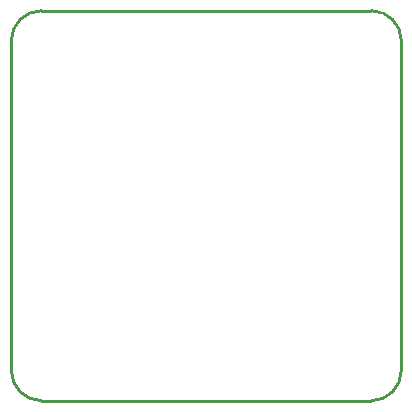
<source format=gko>
%FSLAX24Y24*%
%MOIN*%
G70*
G01*
G75*
G04 Layer_Color=16711935*
%ADD10C,0.0177*%
%ADD11C,0.0100*%
%ADD12R,0.0102X0.0209*%
%ADD13R,0.0102X0.0193*%
%ADD14R,0.0177X0.0177*%
%ADD15R,0.0138X0.0157*%
%ADD16R,0.0236X0.0157*%
%ADD17R,0.0157X0.0236*%
%ADD18R,0.0394X0.1378*%
%ADD19R,0.0591X0.1339*%
%ADD20R,0.0197X0.0354*%
%ADD21R,0.0551X0.0453*%
%ADD22R,0.0335X0.0374*%
%ADD23O,0.0295X0.0079*%
%ADD24O,0.0079X0.0295*%
%ADD25R,0.1417X0.1417*%
%ADD26R,0.0343X0.0343*%
%ADD27R,0.0138X0.0394*%
%ADD28R,0.0157X0.0335*%
%ADD29R,0.2598X0.2598*%
%ADD30O,0.0079X0.0315*%
%ADD31O,0.0315X0.0079*%
%ADD32R,0.0630X0.0551*%
%ADD33R,0.0748X0.0630*%
%ADD34R,0.0157X0.0532*%
%ADD35R,0.0335X0.0157*%
%ADD36O,0.0276X0.0098*%
%ADD37O,0.0098X0.0276*%
%ADD38O,0.0177X0.0532*%
%ADD39R,0.0354X0.0197*%
%ADD40R,0.0217X0.0098*%
%ADD41C,0.0080*%
%ADD42C,0.0200*%
%ADD43C,0.0630*%
%ADD44C,0.1260*%
%ADD45C,0.0260*%
%ADD46C,0.0240*%
%ADD47C,0.0340*%
%ADD48C,0.0300*%
%ADD49C,0.0290*%
%ADD50R,0.0354X0.0276*%
%ADD51O,0.0315X0.0157*%
%ADD52R,0.2362X0.1890*%
%ADD53R,0.0512X0.0217*%
%ADD54R,0.0394X0.0217*%
%ADD55R,0.0197X0.0315*%
%ADD56R,0.1299X0.1299*%
%ADD57O,0.0315X0.0098*%
%ADD58O,0.0098X0.0315*%
%ADD59R,0.0591X0.0236*%
%ADD60R,0.0187X0.0098*%
%ADD61R,0.0098X0.0138*%
%ADD62C,0.0098*%
%ADD63C,0.0039*%
%ADD64C,0.0079*%
%ADD65C,0.0050*%
%ADD66C,0.0040*%
%ADD67R,0.0148X0.0177*%
%ADD68R,0.0162X0.0269*%
%ADD69R,0.0162X0.0253*%
%ADD70R,0.0237X0.0237*%
%ADD71R,0.0198X0.0217*%
%ADD72R,0.0296X0.0217*%
%ADD73R,0.0217X0.0296*%
%ADD74R,0.0454X0.1438*%
%ADD75R,0.0651X0.1399*%
%ADD76R,0.0257X0.0414*%
%ADD77R,0.0611X0.0513*%
%ADD78R,0.0395X0.0434*%
%ADD79O,0.0355X0.0139*%
%ADD80O,0.0139X0.0355*%
%ADD81R,0.1477X0.1477*%
%ADD82R,0.0606X0.0606*%
%ADD83R,0.0198X0.0454*%
%ADD84R,0.0217X0.0395*%
%ADD85R,0.2658X0.2658*%
%ADD86O,0.0139X0.0375*%
%ADD87O,0.0375X0.0139*%
%ADD88R,0.0709X0.0630*%
%ADD89R,0.0827X0.0709*%
%ADD90R,0.0236X0.0610*%
%ADD91R,0.0395X0.0217*%
%ADD92O,0.0336X0.0158*%
%ADD93O,0.0158X0.0336*%
%ADD94O,0.0237X0.0592*%
%ADD95R,0.0414X0.0257*%
%ADD96R,0.0277X0.0158*%
%ADD97C,0.0690*%
%ADD98C,0.1320*%
%ADD99R,0.0414X0.0336*%
%ADD100O,0.0375X0.0217*%
%ADD101R,0.2422X0.1950*%
%ADD102R,0.0572X0.0277*%
%ADD103R,0.0454X0.0277*%
%ADD104R,0.0257X0.0375*%
%ADD105R,0.1359X0.1359*%
%ADD106O,0.0375X0.0158*%
%ADD107O,0.0158X0.0375*%
%ADD108R,0.0651X0.0296*%
%ADD109R,0.0247X0.0158*%
%ADD110R,0.0158X0.0198*%
%ADD111C,0.0060*%
D11*
X-5500Y6500D02*
G03*
X-6500Y5500I0J-1000D01*
G01*
X5500Y-6500D02*
G03*
X6500Y-5500I0J1000D01*
G01*
X-6500D02*
G03*
X-5500Y-6500I1000J0D01*
G01*
X6500Y5500D02*
G03*
X5500Y6500I-1000J0D01*
G01*
X6500Y-5500D02*
Y5500D01*
X-5500Y-6500D02*
X5500D01*
X-5500Y6500D02*
X5500D01*
X-6500Y-5500D02*
Y5500D01*
M02*

</source>
